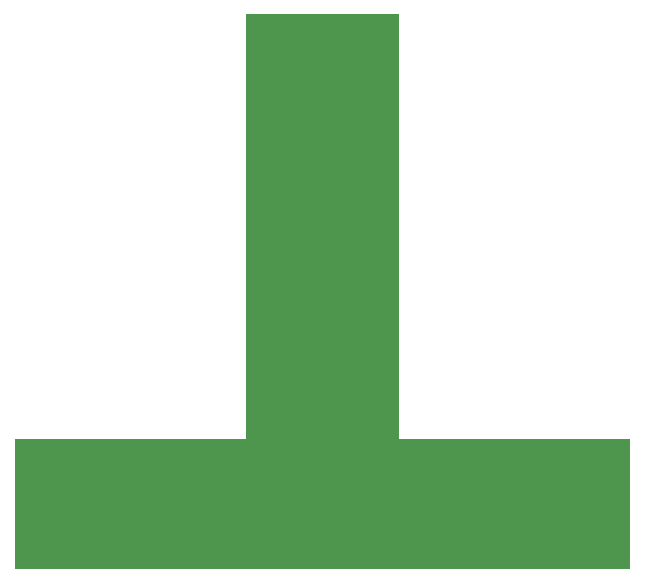
<source format=gbr>
G04 DipTrace 3.0.0.0*
G04 Board.gbr*
%MOIN*%
G04 #@! TF.FileFunction,Drawing,Board polygon*
G04 #@! TF.Part,Single*
%FSLAX26Y26*%
G04*
G70*
G90*
G75*
G01*
G04 BoardPoly*
%LPD*%
G36*
X393701Y393701D2*
X2440945D1*
Y826772D1*
X1673229D1*
Y2244095D1*
X1161418D1*
Y826772D1*
X393701D1*
Y393701D1*
G37*
M02*

</source>
